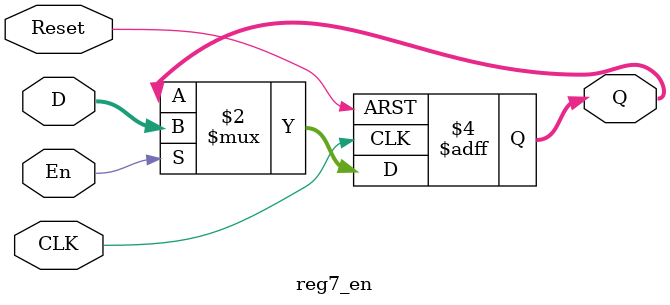
<source format=v>
module reg7_en(input CLK,input Reset,input En,input [6:0] D,output reg [6:0] Q);
  always @(posedge CLK or posedge Reset)
    if (Reset) Q<=0; else if (En) Q<=D;
endmodule

</source>
